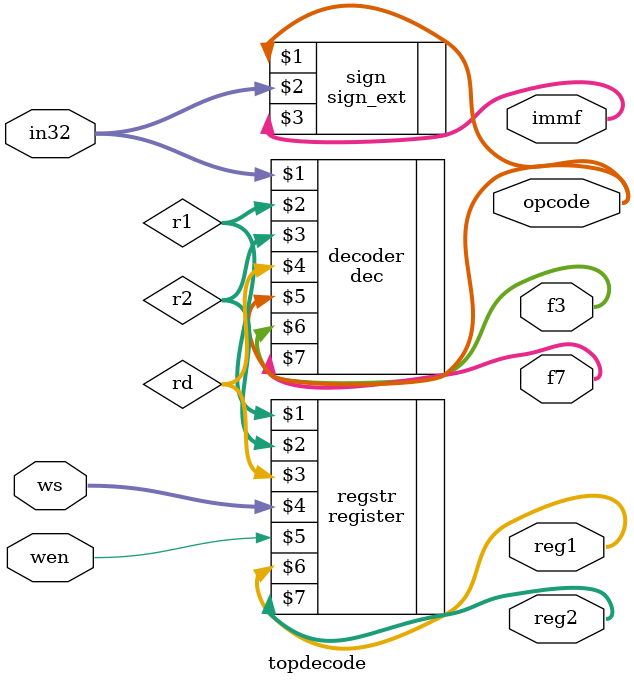
<source format=sv>
module topdecode(in32,reg1,reg2,f3,f7,immf,opcode,ws,wen);
input logic [31:0]in32;
input logic wen;
input logic [31:0]ws;
output logic [31:0]reg1,reg2;
output logic [31:0]immf;
output logic [6:0]opcode;
output logic [2:0]f3;
output logic [6:0]f7;

logic [4:0]r1,r2,rd;
dec decoder(in32,r1,r2,rd,opcode,f3,f7);
sign_ext sign(opcode,in32,immf);
register regstr(r1,r2,rd,ws,wen,reg1,reg2);
endmodule

</source>
